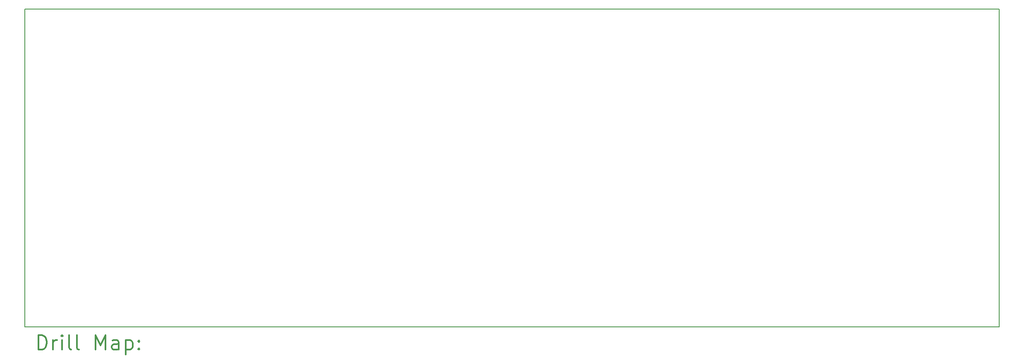
<source format=gbr>
%FSLAX45Y45*%
G04 Gerber Fmt 4.5, Leading zero omitted, Abs format (unit mm)*
G04 Created by KiCad (PCBNEW 5.1.10) date 2021-06-21 08:13:59*
%MOMM*%
%LPD*%
G01*
G04 APERTURE LIST*
%TA.AperFunction,Profile*%
%ADD10C,0.150000*%
%TD*%
%ADD11C,0.200000*%
%ADD12C,0.300000*%
G04 APERTURE END LIST*
D10*
X24993600Y-5405760D02*
X24993600Y-11922760D01*
X24993600Y-5405760D02*
X5044440Y-5405760D01*
X5044440Y-11922760D02*
X5044440Y-5405760D01*
X24993600Y-11922760D02*
X5044440Y-11922760D01*
D11*
D12*
X5323368Y-12395974D02*
X5323368Y-12095974D01*
X5394797Y-12095974D01*
X5437654Y-12110260D01*
X5466226Y-12138831D01*
X5480511Y-12167403D01*
X5494797Y-12224546D01*
X5494797Y-12267403D01*
X5480511Y-12324546D01*
X5466226Y-12353117D01*
X5437654Y-12381689D01*
X5394797Y-12395974D01*
X5323368Y-12395974D01*
X5623368Y-12395974D02*
X5623368Y-12195974D01*
X5623368Y-12253117D02*
X5637654Y-12224546D01*
X5651940Y-12210260D01*
X5680511Y-12195974D01*
X5709083Y-12195974D01*
X5809083Y-12395974D02*
X5809083Y-12195974D01*
X5809083Y-12095974D02*
X5794797Y-12110260D01*
X5809083Y-12124546D01*
X5823368Y-12110260D01*
X5809083Y-12095974D01*
X5809083Y-12124546D01*
X5994797Y-12395974D02*
X5966226Y-12381689D01*
X5951940Y-12353117D01*
X5951940Y-12095974D01*
X6151940Y-12395974D02*
X6123368Y-12381689D01*
X6109083Y-12353117D01*
X6109083Y-12095974D01*
X6494797Y-12395974D02*
X6494797Y-12095974D01*
X6594797Y-12310260D01*
X6694797Y-12095974D01*
X6694797Y-12395974D01*
X6966226Y-12395974D02*
X6966226Y-12238831D01*
X6951940Y-12210260D01*
X6923368Y-12195974D01*
X6866226Y-12195974D01*
X6837654Y-12210260D01*
X6966226Y-12381689D02*
X6937654Y-12395974D01*
X6866226Y-12395974D01*
X6837654Y-12381689D01*
X6823368Y-12353117D01*
X6823368Y-12324546D01*
X6837654Y-12295974D01*
X6866226Y-12281689D01*
X6937654Y-12281689D01*
X6966226Y-12267403D01*
X7109083Y-12195974D02*
X7109083Y-12495974D01*
X7109083Y-12210260D02*
X7137654Y-12195974D01*
X7194797Y-12195974D01*
X7223368Y-12210260D01*
X7237654Y-12224546D01*
X7251940Y-12253117D01*
X7251940Y-12338831D01*
X7237654Y-12367403D01*
X7223368Y-12381689D01*
X7194797Y-12395974D01*
X7137654Y-12395974D01*
X7109083Y-12381689D01*
X7380511Y-12367403D02*
X7394797Y-12381689D01*
X7380511Y-12395974D01*
X7366226Y-12381689D01*
X7380511Y-12367403D01*
X7380511Y-12395974D01*
X7380511Y-12210260D02*
X7394797Y-12224546D01*
X7380511Y-12238831D01*
X7366226Y-12224546D01*
X7380511Y-12210260D01*
X7380511Y-12238831D01*
M02*

</source>
